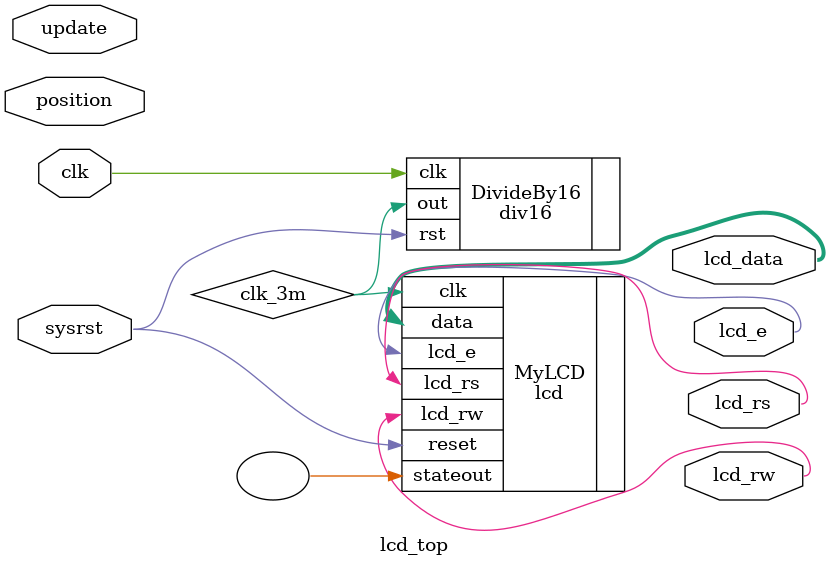
<source format=v>
module lcd_top(clk, sysrst, lcd_rs, lcd_rw, lcd_e, lcd_data, update, position);

input clk;
input sysrst;
input [4:0] position;
input update;

output lcd_rs, lcd_rw, lcd_e;
output [7:0] lcd_data;

wire clk_3m;
wire [7:0] lcd_data_in;

reg update_clk;
reg state;

div16 DivideBy16(.clk(clk), .rst(sysrst), .out(clk_3m));

//character_ram LCDRam(.address(char_address), .clk(lcd_en), .data(ram_data_in), .wen(), .q(lcd_data_in));

//char_ram_2port LCDRamDualPort(.data(display_data), .wraddress(position), .wrclock(update), .wren('b1), .rdaddress(char_address), .rdclock(lcd_en), .q(lcd_data_in))

lcd MyLCD(	.clk(clk_3m), .reset(sysrst),
				.lcd_rs(lcd_rs), .lcd_rw(lcd_rw), .lcd_e(lcd_e), .data(lcd_data), .stateout());

endmodule
</source>
